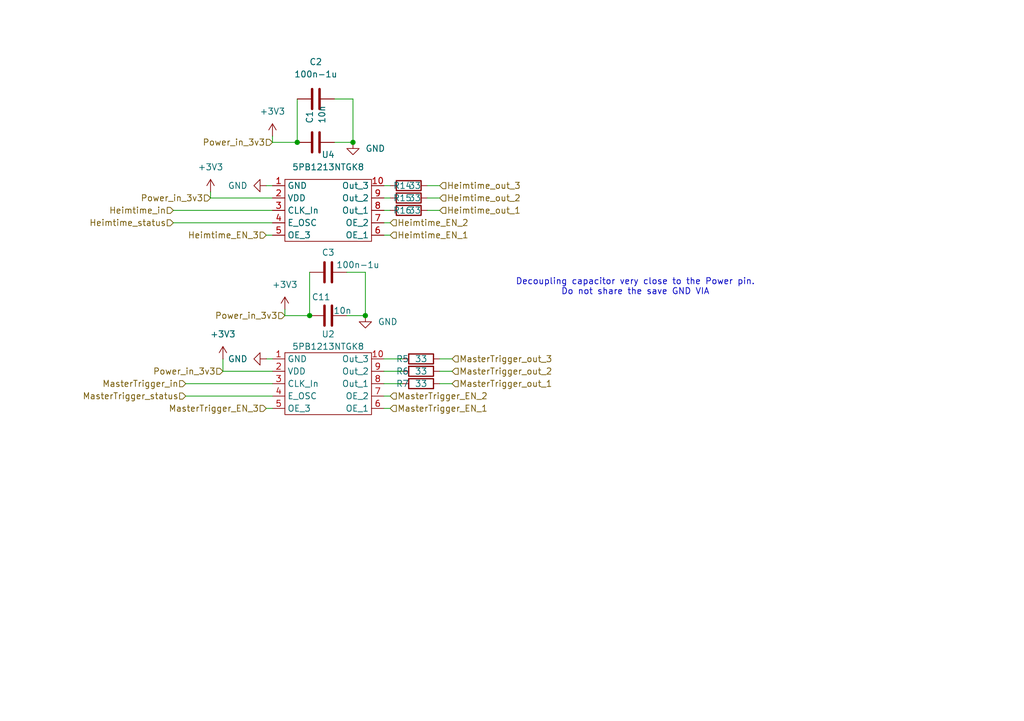
<source format=kicad_sch>
(kicad_sch (version 20250114) (generator "eeschema") (generator_version "9.0")
  (paper "A5")
  (title_block (title "Clock Buffers AddOn"))
  (lib_symbols
    (symbol "Device:C" (pin_numbers (hide yes)) (pin_names (offset 0.254))
      (property "Reference" "C" (at 0.635 2.54 0))
      (property "Value" "C" (at 0.635 -2.54 0))
      (symbol "C_0_1"
        (polyline (pts (xy -2.032 0.762) (xy 2.032 0.762)) (stroke (width 0.508)))
        (polyline (pts (xy -2.032 -0.762) (xy 2.032 -0.762)) (stroke (width 0.508)))
      )
      (symbol "C_1_1"
        (pin passive line (at 0 3.81 270) (length 2.794) (name "~") (number "1"))
        (pin passive line (at 0 -3.81 90) (length 2.794) (name "~") (number "2"))
      )
    )
    (symbol "Device:R" (pin_numbers (hide yes)) (pin_names (offset 0))
      (property "Reference" "R" (at 2.032 0 90))
      (property "Value" "R" (at 0 0 90))
      (symbol "R_0_1"
        (rectangle (start -1.016 -2.54) (end 1.016 2.54) (stroke (width 0.254)))
      )
      (symbol "R_1_1"
        (pin passive line (at 0 3.81 270) (length 1.27) (name "~") (number "1"))
        (pin passive line (at 0 -3.81 90) (length 1.27) (name "~") (number "2"))
      )
    )
    (symbol "HYDRA_Symbol:5PB1213NTGK8"
      (property "Reference" "U" (at 0 3.81 0))
      (symbol "5PB1213NTGK8_0_1"
        (rectangle (start -8.89 2.54) (end 8.89 -10.16))
      )
      (symbol "5PB1213NTGK8_1_1"
        (pin input line (at -11.43 1.27 0) (length 2.54) (name "GND") (number "1"))
        (pin input line (at -11.43 -1.27 0) (length 2.54) (name "VDD") (number "2"))
        (pin input line (at -11.43 -3.81 0) (length 2.54) (name "CLK_In") (number "3"))
        (pin input line (at -11.43 -6.35 0) (length 2.54) (name "E_OSC") (number "4"))
        (pin input line (at -11.43 -8.89 0) (length 2.54) (name "OE_3") (number "5"))
        (pin input line (at 11.43 1.27 180) (length 2.54) (name "Out_3") (number "10"))
        (pin input line (at 11.43 -1.27 180) (length 2.54) (name "Out_2") (number "9"))
        (pin input line (at 11.43 -3.81 180) (length 2.54) (name "Out_1") (number "8"))
        (pin input line (at 11.43 -6.35 180) (length 2.54) (name "OE_2") (number "7"))
        (pin input line (at 11.43 -8.89 180) (length 2.54) (name "OE_1") (number "6"))
      )
    )
    (symbol "power:+3V3" (power) (pin_numbers (hide yes)) (pin_names (offset 0) (hide yes))
      (property "Value" "+3V3" (at 0 3.556 0))
      (symbol "+3V3_0_1"
        (polyline (pts (xy -0.762 1.27) (xy 0 2.54)))
        (polyline (pts (xy 0 2.54) (xy 0.762 1.27)))
        (polyline (pts (xy 0 0) (xy 0 2.54)))
      )
      (symbol "+3V3_1_1"
        (pin power_in line (at 0 0 90) (length 0) (name "~") (number "1"))
      )
    )
    (symbol "power:GND" (power) (pin_numbers (hide yes)) (pin_names (offset 0) (hide yes))
      (property "Value" "GND" (at 0 -3.81 0))
      (symbol "GND_0_1"
        (polyline (pts (xy 0 0) (xy 0 -1.27) (xy 1.27 -1.27) (xy 0 -2.54) (xy -1.27 -1.27) (xy 0 -1.27)))
      )
      (symbol "GND_1_1"
        (pin power_in line (at 0 0 270) (length 0) (name "~") (number "1"))
      )
    )
  )
  (text "Decoupling capacitor very close to the Power pin.\nDo not share the save GND VIA" (at 130.302 58.928 0) (effects (font (size 1.27 1.27))))
  (junction (at 72.39 29.21))
  (junction (at 63.5 64.77))
  (junction (at 74.93 64.77))
  (junction (at 60.96 29.21))
  (wire (pts (xy 78.74 73.66) (xy 82.55 73.66)))
  (wire (pts (xy 55.88 29.21) (xy 60.96 29.21)))
  (wire (pts (xy 78.74 76.2) (xy 82.55 76.2)))
  (wire (pts (xy 58.42 64.77) (xy 63.5 64.77)))
  (wire (pts (xy 74.93 55.88) (xy 74.93 64.77)))
  (wire (pts (xy 78.74 40.64) (xy 80.01 40.64)))
  (wire (pts (xy 80.01 81.28) (xy 78.74 81.28)))
  (wire (pts (xy 63.5 55.88) (xy 63.5 64.77)))
  (wire (pts (xy 78.74 38.1) (xy 80.01 38.1)))
  (wire (pts (xy 35.56 43.18) (xy 55.88 43.18)))
  (wire (pts (xy 74.93 64.77) (xy 71.12 64.77)))
  (wire (pts (xy 72.39 29.21) (xy 68.58 29.21)))
  (wire (pts (xy 54.61 83.82) (xy 55.88 83.82)))
  (wire (pts (xy 72.39 20.32) (xy 72.39 29.21)))
  (wire (pts (xy 78.74 78.74) (xy 82.55 78.74)))
  (wire (pts (xy 43.18 40.64) (xy 43.18 39.37)))
  (wire (pts (xy 78.74 83.82) (xy 80.01 83.82)))
  (wire (pts (xy 92.71 78.74) (xy 90.17 78.74)))
  (wire (pts (xy 35.56 45.72) (xy 55.88 45.72)))
  (wire (pts (xy 78.74 43.18) (xy 80.01 43.18)))
  (wire (pts (xy 92.71 76.2) (xy 90.17 76.2)))
  (wire (pts (xy 38.1 78.74) (xy 55.88 78.74)))
  (wire (pts (xy 90.17 43.18) (xy 87.63 43.18)))
  (wire (pts (xy 45.72 76.2) (xy 55.88 76.2)))
  (wire (pts (xy 78.74 48.26) (xy 80.01 48.26)))
  (wire (pts (xy 43.18 40.64) (xy 55.88 40.64)))
  (wire (pts (xy 90.17 40.64) (xy 87.63 40.64)))
  (wire (pts (xy 54.61 48.26) (xy 55.88 48.26)))
  (wire (pts (xy 71.12 55.88) (xy 74.93 55.88)))
  (wire (pts (xy 58.42 63.5) (xy 58.42 64.77)))
  (wire (pts (xy 60.96 20.32) (xy 60.96 29.21)))
  (wire (pts (xy 38.1 81.28) (xy 55.88 81.28)))
  (wire (pts (xy 90.17 38.1) (xy 87.63 38.1)))
  (wire (pts (xy 80.01 45.72) (xy 78.74 45.72)))
  (wire (pts (xy 92.71 73.66) (xy 90.17 73.66)))
  (wire (pts (xy 54.61 73.66) (xy 55.88 73.66)))
  (wire (pts (xy 55.88 27.94) (xy 55.88 29.21)))
  (wire (pts (xy 68.58 20.32) (xy 72.39 20.32)))
  (wire (pts (xy 45.72 76.2) (xy 45.72 73.66)))
  (wire (pts (xy 54.61 38.1) (xy 55.88 38.1)))
  (hierarchical_label "MasterTrigger_in" (shape input) (at 38.1 78.74 180))
  (hierarchical_label "MasterTrigger_out_3" (shape input) (at 92.71 73.66 0))
  (hierarchical_label "MasterTrigger_EN_3" (shape input) (at 54.61 83.82 180))
  (hierarchical_label "Heimtime_out_2" (shape input) (at 90.17 40.64 0))
  (hierarchical_label "Heimtime_in" (shape input) (at 35.56 43.18 180))
  (hierarchical_label "MasterTrigger_EN_2" (shape input) (at 80.01 81.28 0))
  (hierarchical_label "MasterTrigger_out_1" (shape input) (at 92.71 78.74 0))
  (hierarchical_label "MasterTrigger_status" (shape input) (at 38.1 81.28 180))
  (hierarchical_label "Heimtime_EN_3" (shape input) (at 54.61 48.26 180))
  (hierarchical_label "MasterTrigger_out_2" (shape input) (at 92.71 76.2 0))
  (hierarchical_label "Power_in_3v3" (shape input) (at 45.72 76.2 180))
  (hierarchical_label "Heimtime_out_3" (shape input) (at 90.17 38.1 0))
  (hierarchical_label "Heimtime_status" (shape input) (at 35.56 45.72 180))
  (hierarchical_label "Power_in_3v3" (shape input) (at 58.42 64.77 180))
  (hierarchical_label "Heimtime_out_1" (shape input) (at 90.17 43.18 0))
  (hierarchical_label "Power_in_3v3" (shape input) (at 55.88 29.21 180))
  (hierarchical_label "Heimtime_EN_2" (shape input) (at 80.01 45.72 0))
  (hierarchical_label "MasterTrigger_EN_1" (shape input) (at 80.01 83.82 0))
  (hierarchical_label "Power_in_3v3" (shape input) (at 43.18 40.64 180))
  (hierarchical_label "Heimtime_EN_1" (shape input) (at 80.01 48.26 0))
  (symbol (lib_id "power:+3V3") (at 58.42 63.5 0) (unit 1)
    (property "Reference" "#PWR01" (effects (hide yes)))
    (property "Value" "+3V3" (at 58.42 58.42 0))
    (property "Description" "Power symbol creates a global label with name \"+3V3\"" (effects (hide yes)))
  )
  (symbol (lib_id "power:+3V3") (at 55.88 27.94 0) (unit 1)
    (property "Reference" "#PWR02" (effects (hide yes)))
    (property "Value" "+3V3" (at 55.88 22.86 0))
    (property "Description" "Power symbol creates a global label with name \"+3V3\"" (effects (hide yes)))
  )
  (symbol (lib_id "HYDRA_Symbol:5PB1213NTGK8") (at 67.31 39.37 0) (unit 1)
    (property "Reference" "U4" (at 67.31 31.75 0))
    (property "Value" "5PB1213NTGK8" (at 67.31 34.29 0))
    (property "Footprint" "AddOn_lib:5PB1213NTGK8" (effects (hide yes)))
  )
  (symbol (lib_id "Device:R") (at 86.36 76.2 90) (unit 1)
    (property "Reference" "R6" (at 82.55 76.2 90))
    (property "Value" "33" (at 86.36 76.2 90))
    (property "Footprint" "Resistor_SMD:R_0402_1005Metric" (effects (hide yes)))
    (property "Description" "Resistor" (effects (hide yes)))
  )
  (symbol (lib_id "power:GND") (at 74.93 64.77 0) (unit 1)
    (property "Reference" "#PWR074" (effects (hide yes)))
    (property "Value" "GND" (at 77.47 66.0399 0) (effects (justify left)))
    (property "Description" "Power symbol creates a global label with name \"GND\" , ground" (effects (hide yes)))
  )
  (symbol (lib_id "Device:R") (at 83.82 38.1 90) (unit 1)
    (property "Reference" "R14" (at 82.55 38.1 90))
    (property "Value" "33" (at 85.09 38.1 90))
    (property "Footprint" "Resistor_SMD:R_0402_1005Metric" (effects (hide yes)))
    (property "Description" "Resistor" (effects (hide yes)))
  )
  (symbol (lib_id "Device:C") (at 67.31 64.77 90) (unit 1)
    (property "Reference" "C11" (at 67.818 60.96 90) (effects (justify left)))
    (property "Value" "10n" (at 72.136 63.754 90) (effects (justify left)))
    (property "Footprint" "Capacitor_SMD:C_0402_1005Metric" (effects (hide yes)))
    (property "Description" "Unpolarized capacitor" (effects (hide yes)))
  )
  (symbol (lib_id "Device:R") (at 83.82 40.64 90) (unit 1)
    (property "Reference" "R15" (at 82.55 40.64 90))
    (property "Value" "33" (at 85.09 40.64 90))
    (property "Footprint" "Resistor_SMD:R_0402_1005Metric" (effects (hide yes)))
    (property "Description" "Resistor" (effects (hide yes)))
  )
  (symbol (lib_id "power:GND") (at 72.39 29.21 0) (unit 1)
    (property "Reference" "#PWR03" (effects (hide yes)))
    (property "Value" "GND" (at 74.93 30.4799 0) (effects (justify left)))
    (property "Description" "Power symbol creates a global label with name \"GND\" , ground" (effects (hide yes)))
  )
  (symbol (lib_id "power:+3V3") (at 45.72 73.66 0) (unit 1)
    (property "Reference" "#PWR05" (effects (hide yes)))
    (property "Value" "+3V3" (at 45.72 68.58 0))
    (property "Description" "Power symbol creates a global label with name \"+3V3\"" (effects (hide yes)))
  )
  (symbol (lib_id "power:GND") (at 54.61 73.66 270) (unit 1)
    (property "Reference" "#PWR065" (effects (hide yes)))
    (property "Value" "GND" (at 50.8 73.6599 90) (effects (justify right)))
    (property "Description" "Power symbol creates a global label with name \"GND\" , ground" (effects (hide yes)))
  )
  (symbol (lib_id "HYDRA_Symbol:5PB1213NTGK8") (at 67.31 74.93 0) (unit 1)
    (property "Reference" "U2" (at 67.31 68.58 0))
    (property "Value" "5PB1213NTGK8" (at 67.31 71.12 0))
    (property "Footprint" "AddOn_lib:5PB1213NTGK8" (effects (hide yes)))
  )
  (symbol (lib_id "Device:C") (at 64.77 29.21 90) (unit 1)
    (property "Reference" "C1" (at 63.4999 25.4 0) (effects (justify left)))
    (property "Value" "10n" (at 66.0399 25.4 0) (effects (justify left)))
    (property "Footprint" "Capacitor_SMD:C_0402_1005Metric" (effects (hide yes)))
    (property "Description" "Unpolarized capacitor" (effects (hide yes)))
  )
  (symbol (lib_id "power:GND") (at 54.61 38.1 270) (unit 1)
    (property "Reference" "#PWR0112" (effects (hide yes)))
    (property "Value" "GND" (at 50.8 38.0999 90) (effects (justify right)))
    (property "Description" "Power symbol creates a global label with name \"GND\" , ground" (effects (hide yes)))
  )
  (symbol (lib_id "Device:R") (at 86.36 78.74 90) (unit 1)
    (property "Reference" "R7" (at 82.55 78.74 90))
    (property "Value" "33" (at 86.36 78.74 90))
    (property "Footprint" "Resistor_SMD:R_0402_1005Metric" (effects (hide yes)))
    (property "Description" "Resistor" (effects (hide yes)))
  )
  (symbol (lib_id "Device:R") (at 83.82 43.18 90) (unit 1)
    (property "Reference" "R16" (at 82.55 43.18 90))
    (property "Value" "33" (at 85.09 43.18 90))
    (property "Footprint" "Resistor_SMD:R_0402_1005Metric" (effects (hide yes)))
    (property "Description" "Resistor" (effects (hide yes)))
  )
  (symbol (lib_id "power:+3V3") (at 43.18 39.37 0) (unit 1)
    (property "Reference" "#PWR04" (effects (hide yes)))
    (property "Value" "+3V3" (at 43.18 34.29 0))
    (property "Description" "Power symbol creates a global label with name \"+3V3\"" (effects (hide yes)))
  )
  (symbol (lib_id "Device:C") (at 67.31 55.88 90) (unit 1)
    (property "Reference" "C3" (at 67.31 51.816 90))
    (property "Value" "100n-1u" (at 73.406 54.356 90))
    (property "Footprint" "Capacitor_SMD:C_0402_1005Metric" (effects (hide yes)))
    (property "Description" "Unpolarized capacitor" (effects (hide yes)))
  )
  (symbol (lib_id "Device:C") (at 64.77 20.32 90) (unit 1)
    (property "Reference" "C2" (at 64.77 12.7 90))
    (property "Value" "100n-1u" (at 64.77 15.24 90))
    (property "Footprint" "Capacitor_SMD:C_0402_1005Metric" (effects (hide yes)))
    (property "Description" "Unpolarized capacitor" (effects (hide yes)))
  )
  (symbol (lib_id "Device:R") (at 86.36 73.66 90) (unit 1)
    (property "Reference" "R5" (at 82.55 73.66 90))
    (property "Value" "33" (at 86.36 73.66 90))
    (property "Footprint" "Resistor_SMD:R_0402_1005Metric" (effects (hide yes)))
    (property "Description" "Resistor" (effects (hide yes)))
  )
)
</source>
